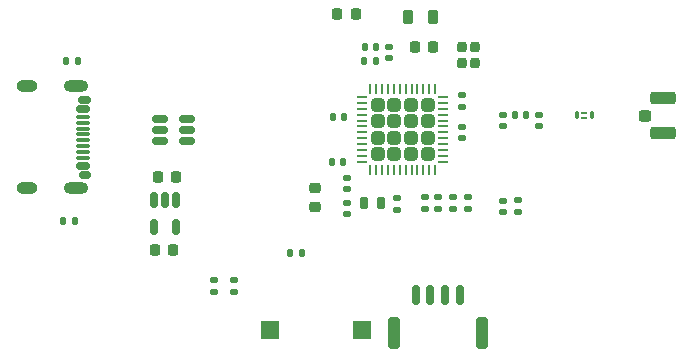
<source format=gbr>
%TF.GenerationSoftware,KiCad,Pcbnew,9.0.2*%
%TF.CreationDate,2025-06-08T15:41:30-05:00*%
%TF.ProjectId,STM32,53544d33-322e-46b6-9963-61645f706362,rev?*%
%TF.SameCoordinates,PX218c9f8PY54a9188*%
%TF.FileFunction,Paste,Top*%
%TF.FilePolarity,Positive*%
%FSLAX46Y46*%
G04 Gerber Fmt 4.6, Leading zero omitted, Abs format (unit mm)*
G04 Created by KiCad (PCBNEW 9.0.2) date 2025-06-08 15:41:30*
%MOMM*%
%LPD*%
G01*
G04 APERTURE LIST*
G04 Aperture macros list*
%AMRoundRect*
0 Rectangle with rounded corners*
0 $1 Rounding radius*
0 $2 $3 $4 $5 $6 $7 $8 $9 X,Y pos of 4 corners*
0 Add a 4 corners polygon primitive as box body*
4,1,4,$2,$3,$4,$5,$6,$7,$8,$9,$2,$3,0*
0 Add four circle primitives for the rounded corners*
1,1,$1+$1,$2,$3*
1,1,$1+$1,$4,$5*
1,1,$1+$1,$6,$7*
1,1,$1+$1,$8,$9*
0 Add four rect primitives between the rounded corners*
20,1,$1+$1,$2,$3,$4,$5,0*
20,1,$1+$1,$4,$5,$6,$7,0*
20,1,$1+$1,$6,$7,$8,$9,0*
20,1,$1+$1,$8,$9,$2,$3,0*%
G04 Aperture macros list end*
%ADD10RoundRect,0.150000X-0.350000X0.150000X-0.350000X-0.150000X0.350000X-0.150000X0.350000X0.150000X0*%
%ADD11O,1.800000X1.000000*%
%ADD12O,2.100000X1.000000*%
%ADD13RoundRect,0.150000X-0.425000X0.150000X-0.425000X-0.150000X0.425000X-0.150000X0.425000X0.150000X0*%
%ADD14RoundRect,0.075000X-0.500000X0.075000X-0.500000X-0.075000X0.500000X-0.075000X0.500000X0.075000X0*%
%ADD15RoundRect,0.140000X-0.170000X0.140000X-0.170000X-0.140000X0.170000X-0.140000X0.170000X0.140000X0*%
%ADD16RoundRect,0.135000X0.185000X-0.135000X0.185000X0.135000X-0.185000X0.135000X-0.185000X-0.135000X0*%
%ADD17RoundRect,0.140000X0.140000X0.170000X-0.140000X0.170000X-0.140000X-0.170000X0.140000X-0.170000X0*%
%ADD18RoundRect,0.150000X-0.150000X0.512500X-0.150000X-0.512500X0.150000X-0.512500X0.150000X0.512500X0*%
%ADD19RoundRect,0.150000X0.150000X0.400000X-0.150000X0.400000X-0.150000X-0.400000X0.150000X-0.400000X0*%
%ADD20RoundRect,0.147500X0.172500X-0.147500X0.172500X0.147500X-0.172500X0.147500X-0.172500X-0.147500X0*%
%ADD21RoundRect,0.135000X-0.185000X0.135000X-0.185000X-0.135000X0.185000X-0.135000X0.185000X0.135000X0*%
%ADD22RoundRect,0.250000X0.315000X-0.315000X0.315000X0.315000X-0.315000X0.315000X-0.315000X-0.315000X0*%
%ADD23RoundRect,0.062500X0.062500X-0.375000X0.062500X0.375000X-0.062500X0.375000X-0.062500X-0.375000X0*%
%ADD24RoundRect,0.062500X0.375000X-0.062500X0.375000X0.062500X-0.375000X0.062500X-0.375000X-0.062500X0*%
%ADD25RoundRect,0.135000X-0.135000X-0.185000X0.135000X-0.185000X0.135000X0.185000X-0.135000X0.185000X0*%
%ADD26RoundRect,0.225000X0.225000X0.250000X-0.225000X0.250000X-0.225000X-0.250000X0.225000X-0.250000X0*%
%ADD27RoundRect,0.068750X-0.068750X-0.281250X0.068750X-0.281250X0.068750X0.281250X-0.068750X0.281250X0*%
%ADD28RoundRect,0.061250X-0.163750X-0.061250X0.163750X-0.061250X0.163750X0.061250X-0.163750X0.061250X0*%
%ADD29R,1.500000X1.500000*%
%ADD30RoundRect,0.147500X-0.147500X-0.172500X0.147500X-0.172500X0.147500X0.172500X-0.147500X0.172500X0*%
%ADD31RoundRect,0.218750X-0.218750X-0.381250X0.218750X-0.381250X0.218750X0.381250X-0.218750X0.381250X0*%
%ADD32RoundRect,0.200000X0.200000X-0.250000X0.200000X0.250000X-0.200000X0.250000X-0.200000X-0.250000X0*%
%ADD33RoundRect,0.250000X-0.275000X-0.250000X0.275000X-0.250000X0.275000X0.250000X-0.275000X0.250000X0*%
%ADD34RoundRect,0.250000X-0.850000X-0.275000X0.850000X-0.275000X0.850000X0.275000X-0.850000X0.275000X0*%
%ADD35RoundRect,0.150000X-0.512500X-0.150000X0.512500X-0.150000X0.512500X0.150000X-0.512500X0.150000X0*%
%ADD36RoundRect,0.135000X0.135000X0.185000X-0.135000X0.185000X-0.135000X-0.185000X0.135000X-0.185000X0*%
%ADD37RoundRect,0.225000X-0.250000X0.225000X-0.250000X-0.225000X0.250000X-0.225000X0.250000X0.225000X0*%
%ADD38RoundRect,0.150000X-0.150000X-0.700000X0.150000X-0.700000X0.150000X0.700000X-0.150000X0.700000X0*%
%ADD39RoundRect,0.250000X-0.250000X-1.100000X0.250000X-1.100000X0.250000X1.100000X-0.250000X1.100000X0*%
G04 APERTURE END LIST*
D10*
%TO.C,J1*%
X7921000Y21293000D03*
D11*
X3021000Y13773000D03*
D12*
X7201000Y13773000D03*
D11*
X3021000Y22413000D03*
D12*
X7201000Y22413000D03*
D13*
X7776000Y20493000D03*
D14*
X7776000Y19843000D03*
X7776000Y18843000D03*
X7776000Y17343000D03*
X7776000Y16343000D03*
D13*
X7776000Y15693000D03*
D10*
X7926000Y14893000D03*
X7926000Y14893000D03*
D13*
X7776000Y15693000D03*
D14*
X7776000Y16843000D03*
X7776000Y17843000D03*
X7776000Y18343000D03*
X7776000Y19343000D03*
D13*
X7776000Y20493000D03*
D10*
X7871000Y21293000D03*
%TD*%
D15*
%TO.C,C18*%
X30071000Y11613000D03*
X30071000Y12573000D03*
%TD*%
D16*
%TO.C,R4*%
X40321000Y12003000D03*
X40321000Y13023000D03*
%TD*%
D17*
%TO.C,C7*%
X32551000Y25773000D03*
X31591000Y25773000D03*
%TD*%
D18*
%TO.C,U1*%
X15658500Y12798000D03*
X14708500Y12798000D03*
X13758500Y12798000D03*
X13758500Y10523000D03*
X15658500Y10523000D03*
%TD*%
D19*
%TO.C,X1*%
X32971000Y12523000D03*
X31571000Y12523000D03*
%TD*%
D20*
%TO.C,D1*%
X43321000Y11773000D03*
X43321000Y12743000D03*
%TD*%
D21*
%TO.C,R7*%
X20561000Y6033000D03*
X20561000Y5013000D03*
%TD*%
D22*
%TO.C,U3*%
X32721000Y16673000D03*
X34121000Y16673000D03*
X35521000Y16673000D03*
X36921000Y16673000D03*
X32721000Y18073000D03*
X34121000Y18073000D03*
X35521000Y18073000D03*
X36921000Y18073000D03*
X32721000Y19473000D03*
X34121000Y19473000D03*
X35521000Y19473000D03*
X36921000Y19473000D03*
X32721000Y20873000D03*
X34121000Y20873000D03*
X35521000Y20873000D03*
X36921000Y20873000D03*
D23*
X32071000Y15335500D03*
X32571000Y15335500D03*
X33071000Y15335500D03*
X33571000Y15335500D03*
X34071000Y15335500D03*
X34571000Y15335500D03*
X35071000Y15335500D03*
X35571000Y15335500D03*
X36071000Y15335500D03*
X36571000Y15335500D03*
X37071000Y15335500D03*
X37571000Y15335500D03*
D24*
X38258500Y16023000D03*
X38258500Y16523000D03*
X38258500Y17023000D03*
X38258500Y17523000D03*
X38258500Y18023000D03*
X38258500Y18523000D03*
X38258500Y19023000D03*
X38258500Y19523000D03*
X38258500Y20023000D03*
X38258500Y20523000D03*
X38258500Y21023000D03*
X38258500Y21523000D03*
D23*
X37571000Y22210500D03*
X37071000Y22210500D03*
X36571000Y22210500D03*
X36071000Y22210500D03*
X35571000Y22210500D03*
X35071000Y22210500D03*
X34571000Y22210500D03*
X34071000Y22210500D03*
X33571000Y22210500D03*
X33071000Y22210500D03*
X32571000Y22210500D03*
X32071000Y22210500D03*
D24*
X31383500Y21523000D03*
X31383500Y21023000D03*
X31383500Y20523000D03*
X31383500Y20023000D03*
X31383500Y19523000D03*
X31383500Y19023000D03*
X31383500Y18523000D03*
X31383500Y18023000D03*
X31383500Y17523000D03*
X31383500Y17023000D03*
X31383500Y16523000D03*
X31383500Y16023000D03*
%TD*%
D15*
%TO.C,C12*%
X39821000Y21653000D03*
X39821000Y20693000D03*
%TD*%
%TO.C,C19*%
X18821000Y6003000D03*
X18821000Y5043000D03*
%TD*%
D25*
%TO.C,R2*%
X6321000Y24523000D03*
X7341000Y24523000D03*
%TD*%
D26*
%TO.C,C14*%
X37371000Y25773000D03*
X35821000Y25773000D03*
%TD*%
%TO.C,C2*%
X15371000Y8523000D03*
X13821000Y8523000D03*
%TD*%
%TO.C,C1*%
X15621000Y14773000D03*
X14071000Y14773000D03*
%TD*%
D27*
%TO.C,FLT1*%
X49595500Y19973000D03*
D28*
X50208500Y20200500D03*
D27*
X50821000Y19973000D03*
D28*
X50208500Y19745500D03*
%TD*%
D29*
%TO.C,SW1*%
X23561000Y1773000D03*
X31361000Y1773000D03*
%TD*%
D15*
%TO.C,C15*%
X43321000Y19983000D03*
X43321000Y19023000D03*
%TD*%
D16*
%TO.C,R3*%
X39071000Y12003000D03*
X39071000Y13023000D03*
%TD*%
D17*
%TO.C,C6*%
X29781000Y16023000D03*
X28821000Y16023000D03*
%TD*%
D30*
%TO.C,L3*%
X44321000Y19983000D03*
X45291000Y19983000D03*
%TD*%
D20*
%TO.C,L1*%
X33621000Y24803000D03*
X33621000Y25773000D03*
%TD*%
D31*
%TO.C,L2*%
X35258500Y28273000D03*
X37383500Y28273000D03*
%TD*%
D32*
%TO.C,X2*%
X40921000Y24373000D03*
X40921000Y25773000D03*
X39821000Y25773000D03*
X39821000Y24373000D03*
%TD*%
D25*
%TO.C,R6*%
X25311000Y8273000D03*
X26331000Y8273000D03*
%TD*%
D17*
%TO.C,C11*%
X32531000Y24523000D03*
X31571000Y24523000D03*
%TD*%
D15*
%TO.C,C9*%
X30099000Y14676000D03*
X30099000Y13716000D03*
%TD*%
D21*
%TO.C,R5*%
X44571000Y12783000D03*
X44571000Y11763000D03*
%TD*%
D33*
%TO.C,J4*%
X55296000Y19948000D03*
D34*
X56821000Y21423000D03*
X56821000Y18473000D03*
%TD*%
D35*
%TO.C,U2*%
X14251000Y19673000D03*
X14251000Y18723000D03*
X14251000Y17773000D03*
X16526000Y17773000D03*
X16526000Y18723000D03*
X16526000Y19673000D03*
%TD*%
D36*
%TO.C,R1*%
X7081000Y11023000D03*
X6061000Y11023000D03*
%TD*%
D26*
%TO.C,C10*%
X30846000Y28523000D03*
X29296000Y28523000D03*
%TD*%
D15*
%TO.C,C8*%
X39821000Y18983000D03*
X39821000Y18023000D03*
%TD*%
%TO.C,C17*%
X34321000Y12923000D03*
X34321000Y11963000D03*
%TD*%
%TO.C,C5*%
X37821000Y13023000D03*
X37821000Y12063000D03*
%TD*%
D37*
%TO.C,C3*%
X27432000Y13773000D03*
X27432000Y12223000D03*
%TD*%
D38*
%TO.C,J2*%
X35921000Y4773000D03*
X37171000Y4773000D03*
X38421000Y4773000D03*
X39671000Y4773000D03*
D39*
X34071000Y1573000D03*
X41521000Y1573000D03*
%TD*%
D17*
%TO.C,C4*%
X29846000Y19848000D03*
X28886000Y19848000D03*
%TD*%
D15*
%TO.C,C13*%
X36721000Y13023000D03*
X36721000Y12063000D03*
%TD*%
%TO.C,C16*%
X46321000Y19983000D03*
X46321000Y19023000D03*
%TD*%
M02*

</source>
